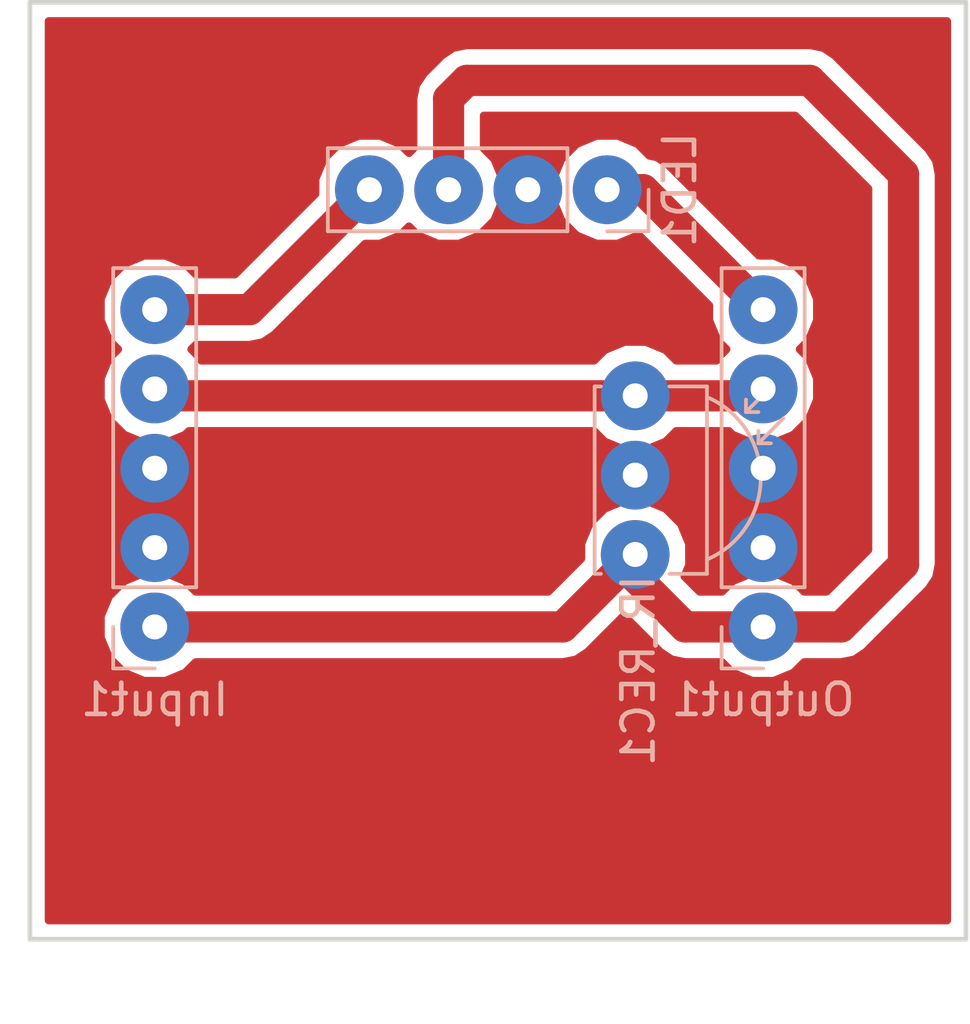
<source format=kicad_pcb>
(kicad_pcb (version 4) (host pcbnew 4.0.6-e0-6349~52~ubuntu17.04.1)

  (general
    (links 12)
    (no_connects 0)
    (area 88.666667 83.424999 120.075001 116.850001)
    (thickness 1.6)
    (drawings 5)
    (tracks 22)
    (zones 0)
    (modules 4)
    (nets 6)
  )

  (page A4)
  (layers
    (0 F.Cu signal)
    (31 B.Cu signal)
    (32 B.Adhes user)
    (33 F.Adhes user)
    (34 B.Paste user)
    (35 F.Paste user)
    (36 B.SilkS user)
    (37 F.SilkS user)
    (38 B.Mask user)
    (39 F.Mask user)
    (40 Dwgs.User user)
    (41 Cmts.User user)
    (42 Eco1.User user)
    (43 Eco2.User user)
    (44 Edge.Cuts user)
    (45 Margin user)
    (46 B.CrtYd user)
    (47 F.CrtYd user)
    (48 B.Fab user)
    (49 F.Fab user)
  )

  (setup
    (last_trace_width 1)
    (trace_clearance 0.5)
    (zone_clearance 0.4)
    (zone_45_only no)
    (trace_min 0.2)
    (segment_width 0.2)
    (edge_width 0.15)
    (via_size 0.6)
    (via_drill 0.4)
    (via_min_size 0.4)
    (via_min_drill 0.3)
    (uvia_size 0.3)
    (uvia_drill 0.1)
    (uvias_allowed no)
    (uvia_min_size 0.2)
    (uvia_min_drill 0.1)
    (pcb_text_width 0.3)
    (pcb_text_size 1.5 1.5)
    (mod_edge_width 0.15)
    (mod_text_size 1 1)
    (mod_text_width 0.15)
    (pad_size 2.2 2.2)
    (pad_drill 0.8)
    (pad_to_mask_clearance 0.2)
    (aux_axis_origin 0 0)
    (visible_elements FFFFFF7F)
    (pcbplotparams
      (layerselection 0x00000_00000001)
      (usegerberextensions false)
      (excludeedgelayer true)
      (linewidth 0.100000)
      (plotframeref false)
      (viasonmask false)
      (mode 1)
      (useauxorigin false)
      (hpglpennumber 1)
      (hpglpenspeed 20)
      (hpglpendiameter 15)
      (hpglpenoverlay 2)
      (psnegative false)
      (psa4output false)
      (plotreference true)
      (plotvalue true)
      (plotinvisibletext false)
      (padsonsilk false)
      (subtractmaskfromsilk false)
      (outputformat 1)
      (mirror false)
      (drillshape 0)
      (scaleselection 1)
      (outputdirectory gerber/))
  )

  (net 0 "")
  (net 1 +5V)
  (net 2 GND)
  (net 3 /IR_DATA)
  (net 4 /LED_DIN)
  (net 5 /LED_DOUT)

  (net_class Default "This is the default net class."
    (clearance 0.5)
    (trace_width 1)
    (via_dia 0.6)
    (via_drill 0.4)
    (uvia_dia 0.3)
    (uvia_drill 0.1)
    (add_net +5V)
    (add_net /IR_DATA)
    (add_net /LED_DIN)
    (add_net /LED_DOUT)
    (add_net GND)
  )

  (module Socket_Strips:Socket_Strip_Straight_1x05_Pitch2.54mm (layer B.Cu) (tedit 5915DEC4) (tstamp 58F54F6A)
    (at 113.5 103.5)
    (descr "Through hole straight socket strip, 1x05, 2.54mm pitch, single row")
    (tags "Through hole socket strip THT 1x05 2.54mm single row")
    (path /58F54864)
    (fp_text reference Output1 (at 0 2.33) (layer B.SilkS)
      (effects (font (size 1 1) (thickness 0.15)) (justify mirror))
    )
    (fp_text value CONN_01X05 (at 0 -12.49) (layer B.Fab)
      (effects (font (size 1 1) (thickness 0.15)) (justify mirror))
    )
    (fp_line (start -1.27 1.27) (end -1.27 -11.43) (layer B.Fab) (width 0.1))
    (fp_line (start -1.27 -11.43) (end 1.27 -11.43) (layer B.Fab) (width 0.1))
    (fp_line (start 1.27 -11.43) (end 1.27 1.27) (layer B.Fab) (width 0.1))
    (fp_line (start 1.27 1.27) (end -1.27 1.27) (layer B.Fab) (width 0.1))
    (fp_line (start -1.33 -1.27) (end -1.33 -11.49) (layer B.SilkS) (width 0.12))
    (fp_line (start -1.33 -11.49) (end 1.33 -11.49) (layer B.SilkS) (width 0.12))
    (fp_line (start 1.33 -11.49) (end 1.33 -1.27) (layer B.SilkS) (width 0.12))
    (fp_line (start 1.33 -1.27) (end -1.33 -1.27) (layer B.SilkS) (width 0.12))
    (fp_line (start -1.33 0) (end -1.33 1.33) (layer B.SilkS) (width 0.12))
    (fp_line (start -1.33 1.33) (end 0 1.33) (layer B.SilkS) (width 0.12))
    (fp_line (start -1.8 1.8) (end -1.8 -11.95) (layer B.CrtYd) (width 0.05))
    (fp_line (start -1.8 -11.95) (end 1.8 -11.95) (layer B.CrtYd) (width 0.05))
    (fp_line (start 1.8 -11.95) (end 1.8 1.8) (layer B.CrtYd) (width 0.05))
    (fp_line (start 1.8 1.8) (end -1.8 1.8) (layer B.CrtYd) (width 0.05))
    (fp_text user %R (at 0 2.33) (layer B.Fab)
      (effects (font (size 1 1) (thickness 0.15)) (justify mirror))
    )
    (pad 1 thru_hole circle (at 0 0) (size 2.2 2.2) (drill 0.8) (layers *.Cu *.Mask)
      (net 1 +5V))
    (pad 2 thru_hole circle (at 0 -2.54) (size 2.2 2.2) (drill 0.8) (layers *.Cu *.Mask)
      (net 2 GND))
    (pad 3 thru_hole circle (at 0 -5.08) (size 2.2 2.2) (drill 0.8) (layers *.Cu *.Mask)
      (net 2 GND))
    (pad 4 thru_hole circle (at 0 -7.62) (size 2.2 2.2) (drill 0.8) (layers *.Cu *.Mask)
      (net 3 /IR_DATA))
    (pad 5 thru_hole circle (at 0 -10.16) (size 2.2 2.2) (drill 0.8) (layers *.Cu *.Mask)
      (net 5 /LED_DOUT))
    (model ${KISYS3DMOD}/Socket_Strips.3dshapes/Socket_Strip_Straight_1x05_Pitch2.54mm.wrl
      (at (xyz 0 -0.2 0))
      (scale (xyz 1 1 1))
      (rotate (xyz 0 0 270))
    )
  )

  (module Socket_Strips:Socket_Strip_Straight_1x05_Pitch2.54mm (layer B.Cu) (tedit 5915DED5) (tstamp 58F54F59)
    (at 94 103.5)
    (descr "Through hole straight socket strip, 1x05, 2.54mm pitch, single row")
    (tags "Through hole socket strip THT 1x05 2.54mm single row")
    (path /58F39230)
    (fp_text reference Input1 (at 0 2.33) (layer B.SilkS)
      (effects (font (size 1 1) (thickness 0.15)) (justify mirror))
    )
    (fp_text value CONN_01X05 (at 0 -12.49) (layer B.Fab)
      (effects (font (size 1 1) (thickness 0.15)) (justify mirror))
    )
    (fp_line (start -1.27 1.27) (end -1.27 -11.43) (layer B.Fab) (width 0.1))
    (fp_line (start -1.27 -11.43) (end 1.27 -11.43) (layer B.Fab) (width 0.1))
    (fp_line (start 1.27 -11.43) (end 1.27 1.27) (layer B.Fab) (width 0.1))
    (fp_line (start 1.27 1.27) (end -1.27 1.27) (layer B.Fab) (width 0.1))
    (fp_line (start -1.33 -1.27) (end -1.33 -11.49) (layer B.SilkS) (width 0.12))
    (fp_line (start -1.33 -11.49) (end 1.33 -11.49) (layer B.SilkS) (width 0.12))
    (fp_line (start 1.33 -11.49) (end 1.33 -1.27) (layer B.SilkS) (width 0.12))
    (fp_line (start 1.33 -1.27) (end -1.33 -1.27) (layer B.SilkS) (width 0.12))
    (fp_line (start -1.33 0) (end -1.33 1.33) (layer B.SilkS) (width 0.12))
    (fp_line (start -1.33 1.33) (end 0 1.33) (layer B.SilkS) (width 0.12))
    (fp_line (start -1.8 1.8) (end -1.8 -11.95) (layer B.CrtYd) (width 0.05))
    (fp_line (start -1.8 -11.95) (end 1.8 -11.95) (layer B.CrtYd) (width 0.05))
    (fp_line (start 1.8 -11.95) (end 1.8 1.8) (layer B.CrtYd) (width 0.05))
    (fp_line (start 1.8 1.8) (end -1.8 1.8) (layer B.CrtYd) (width 0.05))
    (fp_text user %R (at 0 2.33) (layer B.Fab)
      (effects (font (size 1 1) (thickness 0.15)) (justify mirror))
    )
    (pad 1 thru_hole circle (at 0 0) (size 2.2 2.2) (drill 0.8) (layers *.Cu *.Mask)
      (net 1 +5V))
    (pad 2 thru_hole circle (at 0 -2.54) (size 2.2 2.2) (drill 0.8) (layers *.Cu *.Mask)
      (net 2 GND))
    (pad 3 thru_hole circle (at 0 -5.08) (size 2.2 2.2) (drill 0.8) (layers *.Cu *.Mask)
      (net 2 GND))
    (pad 4 thru_hole circle (at 0 -7.62) (size 2.2 2.2) (drill 0.8) (layers *.Cu *.Mask)
      (net 3 /IR_DATA))
    (pad 5 thru_hole circle (at 0 -10.16) (size 2.2 2.2) (drill 0.8) (layers *.Cu *.Mask)
      (net 4 /LED_DIN))
    (model ${KISYS3DMOD}/Socket_Strips.3dshapes/Socket_Strip_Straight_1x05_Pitch2.54mm.wrl
      (at (xyz 0 -0.2 0))
      (scale (xyz 1 1 1))
      (rotate (xyz 0 0 270))
    )
  )

  (module Socket_Strips:Socket_Strip_Straight_1x04_Pitch2.54mm (layer B.Cu) (tedit 5915DE56) (tstamp 5908267A)
    (at 108.5 89.5 90)
    (descr "Through hole straight socket strip, 1x04, 2.54mm pitch, single row")
    (tags "Through hole socket strip THT 1x04 2.54mm single row")
    (path /58F5C0BB)
    (fp_text reference LED1 (at 0 2.33 90) (layer B.SilkS)
      (effects (font (size 1 1) (thickness 0.15)) (justify mirror))
    )
    (fp_text value PL8923 (at 0 -9.95 90) (layer B.Fab)
      (effects (font (size 1 1) (thickness 0.15)) (justify mirror))
    )
    (fp_line (start -1.27 1.27) (end -1.27 -8.89) (layer B.Fab) (width 0.1))
    (fp_line (start -1.27 -8.89) (end 1.27 -8.89) (layer B.Fab) (width 0.1))
    (fp_line (start 1.27 -8.89) (end 1.27 1.27) (layer B.Fab) (width 0.1))
    (fp_line (start 1.27 1.27) (end -1.27 1.27) (layer B.Fab) (width 0.1))
    (fp_line (start -1.33 -1.27) (end -1.33 -8.95) (layer B.SilkS) (width 0.12))
    (fp_line (start -1.33 -8.95) (end 1.33 -8.95) (layer B.SilkS) (width 0.12))
    (fp_line (start 1.33 -8.95) (end 1.33 -1.27) (layer B.SilkS) (width 0.12))
    (fp_line (start 1.33 -1.27) (end -1.33 -1.27) (layer B.SilkS) (width 0.12))
    (fp_line (start -1.33 0) (end -1.33 1.33) (layer B.SilkS) (width 0.12))
    (fp_line (start -1.33 1.33) (end 0 1.33) (layer B.SilkS) (width 0.12))
    (fp_line (start -1.8 1.8) (end -1.8 -9.4) (layer B.CrtYd) (width 0.05))
    (fp_line (start -1.8 -9.4) (end 1.8 -9.4) (layer B.CrtYd) (width 0.05))
    (fp_line (start 1.8 -9.4) (end 1.8 1.8) (layer B.CrtYd) (width 0.05))
    (fp_line (start 1.8 1.8) (end -1.8 1.8) (layer B.CrtYd) (width 0.05))
    (fp_text user %R (at 0 2.33 90) (layer B.Fab)
      (effects (font (size 1 1) (thickness 0.15)) (justify mirror))
    )
    (pad 1 thru_hole circle (at 0 0 90) (size 2.2 2.2) (drill 0.8) (layers *.Cu *.Mask)
      (net 5 /LED_DOUT))
    (pad 2 thru_hole circle (at 0 -2.54 90) (size 2.2 2.2) (drill 0.8) (layers *.Cu *.Mask)
      (net 2 GND))
    (pad 3 thru_hole circle (at 0 -5.08 90) (size 2.2 2.2) (drill 0.8) (layers *.Cu *.Mask)
      (net 1 +5V))
    (pad 4 thru_hole circle (at 0 -7.62 90) (size 2.2 2.2) (drill 0.8) (layers *.Cu *.Mask)
      (net 4 /LED_DIN))
    (model ${KISYS3DMOD}/Socket_Strips.3dshapes/Socket_Strip_Straight_1x04_Pitch2.54mm.wrl
      (at (xyz 0 -0.15 0))
      (scale (xyz 1 1 1))
      (rotate (xyz 0 0 270))
    )
  )

  (module Opto-Devices:IRReceiver_Vishay_MOLD-3pin (layer B.Cu) (tedit 5915DEAA) (tstamp 590DB2F7)
    (at 109.4 96.1 270)
    (descr "IR Receiver Vishay TSOP-xxxx, MOLD package")
    (tags "IR Receiver Vishay TSOP-xxxx MOLD")
    (path /58F39155)
    (fp_text reference IR_REC1 (at 8.8 -0.1 450) (layer B.SilkS)
      (effects (font (size 1 1) (thickness 0.15)) (justify mirror))
    )
    (fp_text value TSOP4838 (at 2.54 2.15 450) (layer B.Fab)
      (effects (font (size 1 1) (thickness 0.15)) (justify mirror))
    )
    (fp_line (start 5.6 -2.2) (end -0.2 -2.2) (layer B.Fab) (width 0.1))
    (fp_line (start -0.2 -2.2) (end -0.25 1.25) (layer B.Fab) (width 0.1))
    (fp_line (start -0.25 1.25) (end 5.6 1.25) (layer B.Fab) (width 0.1))
    (fp_line (start 5.6 1.25) (end 5.6 -2.2) (layer B.Fab) (width 0.1))
    (fp_line (start 5.7 -2.3) (end 5.7 -1.1) (layer B.SilkS) (width 0.12))
    (fp_line (start 5.7 1.3) (end 5.7 1.1) (layer B.SilkS) (width 0.12))
    (fp_line (start -0.3 1.3) (end -0.3 1.1) (layer B.SilkS) (width 0.12))
    (fp_line (start 5.7 -2.3) (end -0.3 -2.3) (layer B.SilkS) (width 0.12))
    (fp_line (start -0.3 -2.3) (end -0.3 -1.1) (layer B.SilkS) (width 0.12))
    (fp_line (start 5.7 1.3) (end -0.3 1.3) (layer B.SilkS) (width 0.12))
    (fp_line (start 0.52 -3.55) (end 0.12 -3.55) (layer B.SilkS) (width 0.12))
    (fp_line (start 0.52 -3.55) (end 0.52 -3.95) (layer B.SilkS) (width 0.12))
    (fp_line (start 0.52 -3.55) (end -0.28 -4.35) (layer B.SilkS) (width 0.12))
    (fp_line (start 1.52 -3.95) (end 0.72 -4.75) (layer B.SilkS) (width 0.12))
    (fp_line (start 1.52 -3.95) (end 1.52 -4.35) (layer B.SilkS) (width 0.12))
    (fp_line (start 1.52 -3.95) (end 1.12 -3.95) (layer B.SilkS) (width 0.12))
    (fp_line (start 6.23 -4.13) (end -1.15 -4.13) (layer B.CrtYd) (width 0.05))
    (fp_line (start 6.23 -4.13) (end 6.23 1.5) (layer B.CrtYd) (width 0.05))
    (fp_line (start -1.15 1.5) (end -1.15 -4.13) (layer B.CrtYd) (width 0.05))
    (fp_line (start -1.15 1.5) (end 6.23 1.5) (layer B.CrtYd) (width 0.05))
    (fp_arc (start 2.64 -1.2) (end 5.24 -2.3) (angle -133) (layer B.SilkS) (width 0.12))
    (fp_arc (start 2.64 -1.15) (end 5.14 -2.25) (angle -132) (layer B.Fab) (width 0.1))
    (pad 1 thru_hole circle (at 0 0 270) (size 2.2 2.2) (drill 0.8) (layers *.Cu *.Mask)
      (net 3 /IR_DATA))
    (pad 2 thru_hole circle (at 2.54 0 270) (size 2.2 2.2) (drill 0.8) (layers *.Cu *.Mask)
      (net 2 GND))
    (pad 3 thru_hole circle (at 5.08 0 270) (size 2.2 2.2) (drill 0.8) (layers *.Cu *.Mask)
      (net 1 +5V))
  )

  (dimension 30 (width 0.3) (layer Eco2.User)
    (gr_text "30,000 mm" (at 105 115.5) (layer Eco2.User)
      (effects (font (size 1.5 1.5) (thickness 0.3)))
    )
    (feature1 (pts (xy 120 115.5) (xy 120 115.5)))
    (feature2 (pts (xy 90 115.5) (xy 90 115.5)))
    (crossbar (pts (xy 90 115.5) (xy 120 115.5)))
    (arrow1a (pts (xy 120 115.5) (xy 118.873496 114.913579)))
    (arrow1b (pts (xy 120 115.5) (xy 118.873496 116.086421)))
    (arrow2a (pts (xy 90 115.5) (xy 91.126504 114.913579)))
    (arrow2b (pts (xy 90 115.5) (xy 91.126504 116.086421)))
  )
  (gr_line (start 120 83.5) (end 90 83.5) (angle 90) (layer Edge.Cuts) (width 0.15))
  (gr_line (start 120 113.5) (end 120 83.5) (angle 90) (layer Edge.Cuts) (width 0.15))
  (gr_line (start 90 113.5) (end 120 113.5) (angle 90) (layer Edge.Cuts) (width 0.15))
  (gr_line (start 90 83.5) (end 90 113.5) (angle 90) (layer Edge.Cuts) (width 0.15))

  (segment (start 113.5 103.5) (end 116 103.5) (width 1) (layer F.Cu) (net 1))
  (segment (start 103.42 86.58) (end 103.42 89.5) (width 1) (layer F.Cu) (net 1) (tstamp 5915DF86))
  (segment (start 104 86) (end 103.42 86.58) (width 1) (layer F.Cu) (net 1) (tstamp 5915DF84))
  (segment (start 115 86) (end 104 86) (width 1) (layer F.Cu) (net 1) (tstamp 5915DF81))
  (segment (start 118 89) (end 115 86) (width 1) (layer F.Cu) (net 1) (tstamp 5915DF7D))
  (segment (start 118 101.5) (end 118 89) (width 1) (layer F.Cu) (net 1) (tstamp 5915DF7B))
  (segment (start 116 103.5) (end 118 101.5) (width 1) (layer F.Cu) (net 1) (tstamp 5915DF7A))
  (segment (start 109.4 101.18) (end 109.4 101.9) (width 1) (layer F.Cu) (net 1))
  (segment (start 109.4 101.9) (end 111 103.5) (width 1) (layer F.Cu) (net 1) (tstamp 5915DF63))
  (segment (start 111 103.5) (end 113.5 103.5) (width 1) (layer F.Cu) (net 1) (tstamp 5915DF64))
  (segment (start 109.4 101.18) (end 109.4 101.4) (width 1) (layer F.Cu) (net 1))
  (segment (start 109.4 101.18) (end 109.48 101.18) (width 1) (layer F.Cu) (net 1))
  (segment (start 94 103.5) (end 107.08 103.5) (width 1) (layer F.Cu) (net 1))
  (segment (start 107.08 103.5) (end 109.4 101.18) (width 1) (layer F.Cu) (net 1) (tstamp 590DB416))
  (segment (start 109.4 96.1) (end 113.28 96.1) (width 1) (layer F.Cu) (net 3))
  (segment (start 113.28 96.1) (end 113.5 95.88) (width 1) (layer F.Cu) (net 3) (tstamp 5915DF60))
  (segment (start 109.4 96.1) (end 94.22 96.1) (width 1) (layer F.Cu) (net 3))
  (segment (start 94.22 96.1) (end 94 95.88) (width 1) (layer F.Cu) (net 3) (tstamp 590DB420))
  (segment (start 94 93.34) (end 97.04 93.34) (width 1) (layer F.Cu) (net 4))
  (segment (start 97.04 93.34) (end 100.88 89.5) (width 1) (layer F.Cu) (net 4) (tstamp 59155F73))
  (segment (start 108.5 89.5) (end 109.66 89.5) (width 1) (layer F.Cu) (net 5))
  (segment (start 109.66 89.5) (end 113.5 93.34) (width 1) (layer F.Cu) (net 5) (tstamp 5915DF67))

  (zone (net 2) (net_name GND) (layer F.Cu) (tstamp 58F64279) (hatch edge 0.508)
    (connect_pads yes (clearance 0.4))
    (min_thickness 0.254)
    (fill yes (mode segment) (arc_segments 16) (thermal_gap 0.6) (thermal_bridge_width 1))
    (polygon
      (pts
        (xy 90 113.5) (xy 120 113.5) (xy 120 83.5) (xy 90 83.5)
      )
    )
    (filled_polygon
      (pts
        (xy 119.398 112.898) (xy 90.602 112.898) (xy 90.602 93.682014) (xy 92.272701 93.682014) (xy 92.535067 94.316989)
        (xy 92.827652 94.610085) (xy 92.536774 94.900456) (xy 92.2733 95.534971) (xy 92.272701 96.222014) (xy 92.535067 96.856989)
        (xy 93.020456 97.343226) (xy 93.654971 97.6067) (xy 94.342014 97.607299) (xy 94.976989 97.344933) (xy 95.095128 97.227)
        (xy 108.084816 97.227) (xy 108.420456 97.563226) (xy 109.054971 97.8267) (xy 109.742014 97.827299) (xy 110.376989 97.564933)
        (xy 110.715512 97.227) (xy 112.404433 97.227) (xy 112.520456 97.343226) (xy 113.154971 97.6067) (xy 113.842014 97.607299)
        (xy 114.476989 97.344933) (xy 114.963226 96.859544) (xy 115.2267 96.225029) (xy 115.227299 95.537986) (xy 114.964933 94.903011)
        (xy 114.672348 94.609915) (xy 114.963226 94.319544) (xy 115.2267 93.685029) (xy 115.227299 92.997986) (xy 114.964933 92.363011)
        (xy 114.479544 91.876774) (xy 113.845029 91.6133) (xy 113.366701 91.612883) (xy 110.456909 88.703091) (xy 110.091284 88.458788)
        (xy 109.853632 88.411516) (xy 109.479544 88.036774) (xy 108.845029 87.7733) (xy 108.157986 87.772701) (xy 107.523011 88.035067)
        (xy 107.036774 88.520456) (xy 106.7733 89.154971) (xy 106.772701 89.842014) (xy 107.035067 90.476989) (xy 107.520456 90.963226)
        (xy 108.154971 91.2267) (xy 108.842014 91.227299) (xy 109.476989 90.964933) (xy 109.504076 90.937894) (xy 111.773115 93.206933)
        (xy 111.772701 93.682014) (xy 112.035067 94.316989) (xy 112.327652 94.610085) (xy 112.036774 94.900456) (xy 112.006651 94.973)
        (xy 110.715184 94.973) (xy 110.379544 94.636774) (xy 109.745029 94.3733) (xy 109.057986 94.372701) (xy 108.423011 94.635067)
        (xy 108.084488 94.973) (xy 95.493852 94.973) (xy 95.464933 94.903011) (xy 95.172348 94.609915) (xy 95.315512 94.467)
        (xy 97.04 94.467) (xy 97.471284 94.381212) (xy 97.836909 94.136909) (xy 100.746933 91.226885) (xy 101.222014 91.227299)
        (xy 101.856989 90.964933) (xy 102.150085 90.672348) (xy 102.440456 90.963226) (xy 103.074971 91.2267) (xy 103.762014 91.227299)
        (xy 104.396989 90.964933) (xy 104.883226 90.479544) (xy 105.1467 89.845029) (xy 105.147299 89.157986) (xy 104.884933 88.523011)
        (xy 104.547 88.184488) (xy 104.547 87.127) (xy 114.533182 87.127) (xy 116.873 89.466819) (xy 116.873 101.033182)
        (xy 115.533182 102.373) (xy 114.815184 102.373) (xy 114.479544 102.036774) (xy 113.845029 101.7733) (xy 113.157986 101.772701)
        (xy 112.523011 102.035067) (xy 112.184488 102.373) (xy 111.466819 102.373) (xy 110.977694 101.883875) (xy 111.1267 101.525029)
        (xy 111.127299 100.837986) (xy 110.864933 100.203011) (xy 110.379544 99.716774) (xy 109.745029 99.4533) (xy 109.057986 99.452701)
        (xy 108.423011 99.715067) (xy 107.936774 100.200456) (xy 107.6733 100.834971) (xy 107.672883 101.313298) (xy 106.613182 102.373)
        (xy 95.315184 102.373) (xy 94.979544 102.036774) (xy 94.345029 101.7733) (xy 93.657986 101.772701) (xy 93.023011 102.035067)
        (xy 92.536774 102.520456) (xy 92.2733 103.154971) (xy 92.272701 103.842014) (xy 92.535067 104.476989) (xy 93.020456 104.963226)
        (xy 93.654971 105.2267) (xy 94.342014 105.227299) (xy 94.976989 104.964933) (xy 95.315512 104.627) (xy 107.08 104.627)
        (xy 107.511284 104.541212) (xy 107.876909 104.296909) (xy 109.04 103.133818) (xy 110.203091 104.29691) (xy 110.476423 104.479544)
        (xy 110.568716 104.541212) (xy 111 104.627) (xy 112.184816 104.627) (xy 112.520456 104.963226) (xy 113.154971 105.2267)
        (xy 113.842014 105.227299) (xy 114.476989 104.964933) (xy 114.815512 104.627) (xy 116 104.627) (xy 116.431284 104.541212)
        (xy 116.796909 104.296909) (xy 118.796909 102.296909) (xy 119.041212 101.931284) (xy 119.072756 101.772701) (xy 119.127 101.5)
        (xy 119.127 89) (xy 119.041212 88.568716) (xy 119.008966 88.520456) (xy 118.79691 88.203091) (xy 115.796909 85.203091)
        (xy 115.431284 84.958788) (xy 115 84.873) (xy 104 84.873) (xy 103.568716 84.958788) (xy 103.203091 85.203091)
        (xy 102.623091 85.783091) (xy 102.378788 86.148716) (xy 102.293 86.58) (xy 102.293 88.184816) (xy 102.149915 88.327652)
        (xy 101.859544 88.036774) (xy 101.225029 87.7733) (xy 100.537986 87.772701) (xy 99.903011 88.035067) (xy 99.416774 88.520456)
        (xy 99.1533 89.154971) (xy 99.152883 89.633299) (xy 96.573182 92.213) (xy 95.315184 92.213) (xy 94.979544 91.876774)
        (xy 94.345029 91.6133) (xy 93.657986 91.612701) (xy 93.023011 91.875067) (xy 92.536774 92.360456) (xy 92.2733 92.994971)
        (xy 92.272701 93.682014) (xy 90.602 93.682014) (xy 90.602 84.102) (xy 119.398 84.102)
      )
    )
    (fill_segments
      (pts (xy 90.602 84.102) (xy 119.398 84.102))
      (pts (xy 90.602 84.3052) (xy 119.398 84.3052))
      (pts (xy 90.602 84.5084) (xy 119.398 84.5084))
      (pts (xy 90.602 84.7116) (xy 119.398 84.7116))
      (pts (xy 90.602 84.9148) (xy 103.789858 84.9148))
      (pts (xy 115.210143 84.9148) (xy 119.398 84.9148))
      (pts (xy 90.602 85.118) (xy 103.330439 85.118))
      (pts (xy 115.669562 85.118) (xy 119.398 85.118))
      (pts (xy 90.602 85.3212) (xy 103.084982 85.3212))
      (pts (xy 115.915019 85.3212) (xy 119.398 85.3212))
      (pts (xy 90.602 85.5244) (xy 102.881782 85.5244))
      (pts (xy 116.118219 85.5244) (xy 119.398 85.5244))
      (pts (xy 90.602 85.7276) (xy 102.678582 85.7276))
      (pts (xy 116.321419 85.7276) (xy 119.398 85.7276))
      (pts (xy 90.602 85.9308) (xy 102.524395 85.9308))
      (pts (xy 116.524619 85.9308) (xy 119.398 85.9308))
      (pts (xy 90.602 86.134) (xy 102.388621 86.134))
      (pts (xy 116.727819 86.134) (xy 119.398 86.134))
      (pts (xy 90.602 86.3372) (xy 102.341297 86.3372))
      (pts (xy 116.931019 86.3372) (xy 119.398 86.3372))
      (pts (xy 90.602 86.5404) (xy 102.300877 86.5404))
      (pts (xy 117.134219 86.5404) (xy 119.398 86.5404))
      (pts (xy 90.602 86.7436) (xy 102.293 86.7436))
      (pts (xy 117.337419 86.7436) (xy 119.398 86.7436))
      (pts (xy 90.602 86.9468) (xy 102.293 86.9468))
      (pts (xy 117.540619 86.9468) (xy 119.398 86.9468))
      (pts (xy 90.602 87.15) (xy 102.293 87.15))
      (pts (xy 104.547 87.15) (xy 114.556181 87.15))
      (pts (xy 117.743819 87.15) (xy 119.398 87.15))
      (pts (xy 90.602 87.3532) (xy 102.293 87.3532))
      (pts (xy 104.547 87.3532) (xy 114.759381 87.3532))
      (pts (xy 117.947019 87.3532) (xy 119.398 87.3532))
      (pts (xy 90.602 87.5564) (xy 102.293 87.5564))
      (pts (xy 104.547 87.5564) (xy 114.962581 87.5564))
      (pts (xy 118.150219 87.5564) (xy 119.398 87.5564))
      (pts (xy 90.602 87.7596) (xy 102.293 87.7596))
      (pts (xy 104.547 87.7596) (xy 115.165781 87.7596))
      (pts (xy 118.353419 87.7596) (xy 119.398 87.7596))
      (pts (xy 90.602 87.9628) (xy 100.077911 87.9628))
      (pts (xy 101.681396 87.9628) (xy 102.293 87.9628))
      (pts (xy 104.547 87.9628) (xy 107.697911 87.9628))
      (pts (xy 109.301396 87.9628) (xy 115.368981 87.9628))
      (pts (xy 118.556619 87.9628) (xy 119.398 87.9628))
      (pts (xy 90.602 88.166) (xy 99.77185 88.166))
      (pts (xy 101.988545 88.166) (xy 102.293 88.166))
      (pts (xy 104.547 88.166) (xy 107.39185 88.166))
      (pts (xy 109.608545 88.166) (xy 115.572181 88.166))
      (pts (xy 118.759819 88.166) (xy 119.398 88.166))
      (pts (xy 90.602 88.3692) (xy 99.568295 88.3692))
      (pts (xy 104.731391 88.3692) (xy 107.188295 88.3692))
      (pts (xy 109.81139 88.3692) (xy 115.775381 88.3692))
      (pts (xy 118.907901 88.3692) (xy 119.398 88.3692))
      (pts (xy 90.602 88.5724) (xy 99.395205 88.5724))
      (pts (xy 104.905341 88.5724) (xy 107.015205 88.5724))
      (pts (xy 110.261317 88.5724) (xy 115.978581 88.5724))
      (pts (xy 119.041945 88.5724) (xy 119.398 88.5724))
      (pts (xy 90.602 88.7756) (xy 99.310829 88.7756))
      (pts (xy 104.989301 88.7756) (xy 106.930829 88.7756))
      (pts (xy 110.529418 88.7756) (xy 116.181781 88.7756))
      (pts (xy 119.082364 88.7756) (xy 119.398 88.7756))
      (pts (xy 90.602 88.9788) (xy 99.226453 88.9788))
      (pts (xy 105.073261 88.9788) (xy 106.846453 88.9788))
      (pts (xy 110.732618 88.9788) (xy 116.384981 88.9788))
      (pts (xy 119.122784 88.9788) (xy 119.398 88.9788))
      (pts (xy 90.602 89.182) (xy 99.153277 89.182))
      (pts (xy 105.147278 89.182) (xy 106.773277 89.182))
      (pts (xy 110.935818 89.182) (xy 116.588181 89.182))
      (pts (xy 119.127 89.182) (xy 119.398 89.182))
      (pts (xy 90.602 89.3852) (xy 99.1531 89.3852))
      (pts (xy 105.1471 89.3852) (xy 106.7731 89.3852))
      (pts (xy 111.139018 89.3852) (xy 116.791381 89.3852))
      (pts (xy 119.127 89.3852) (xy 119.398 89.3852))
      (pts (xy 90.602 89.5884) (xy 99.152923 89.5884))
      (pts (xy 105.146923 89.5884) (xy 106.772923 89.5884))
      (pts (xy 111.342218 89.5884) (xy 116.873 89.5884))
      (pts (xy 119.127 89.5884) (xy 119.398 89.5884))
      (pts (xy 90.602 89.7916) (xy 98.994582 89.7916))
      (pts (xy 105.146746 89.7916) (xy 106.772745 89.7916))
      (pts (xy 111.545418 89.7916) (xy 116.873 89.7916))
      (pts (xy 119.127 89.7916) (xy 119.398 89.7916))
      (pts (xy 90.602 89.9948) (xy 98.791382 89.9948))
      (pts (xy 105.084509 89.9948) (xy 106.83583 89.9948))
      (pts (xy 111.748618 89.9948) (xy 116.873 89.9948))
      (pts (xy 119.127 89.9948) (xy 119.398 89.9948))
      (pts (xy 90.602 90.198) (xy 98.588182 90.198))
      (pts (xy 105.000133 90.198) (xy 106.919791 90.198))
      (pts (xy 111.951818 90.198) (xy 116.873 90.198))
      (pts (xy 119.127 90.198) (xy 119.398 90.198))
      (pts (xy 90.602 90.4012) (xy 98.384982 90.4012))
      (pts (xy 104.915757 90.4012) (xy 107.003751 90.4012))
      (pts (xy 112.155018 90.4012) (xy 116.873 90.4012))
      (pts (xy 119.127 90.4012) (xy 119.398 90.4012))
      (pts (xy 90.602 90.6044) (xy 98.181782 90.6044))
      (pts (xy 104.758151 90.6044) (xy 107.162255 90.6044))
      (pts (xy 112.358218 90.6044) (xy 116.873 90.6044))
      (pts (xy 119.127 90.6044) (xy 119.398 90.6044))
      (pts (xy 90.602 90.8076) (xy 97.978582 90.8076))
      (pts (xy 102.014596 90.8076) (xy 102.285101 90.8076))
      (pts (xy 104.554596 90.8076) (xy 107.365101 90.8076))
      (pts (xy 112.561418 90.8076) (xy 116.873 90.8076))
      (pts (xy 119.127 90.8076) (xy 119.398 90.8076))
      (pts (xy 90.602 91.0108) (xy 97.775382 91.0108))
      (pts (xy 101.745982 91.0108) (xy 102.555026 91.0108))
      (pts (xy 104.285982 91.0108) (xy 107.635026 91.0108))
      (pts (xy 109.365982 91.0108) (xy 109.576982 91.0108))
      (pts (xy 112.764618 91.0108) (xy 116.873 91.0108))
      (pts (xy 119.127 91.0108) (xy 119.398 91.0108))
      (pts (xy 90.602 91.214) (xy 97.572182 91.214))
      (pts (xy 101.2542 91.214) (xy 103.044386 91.214))
      (pts (xy 103.7942 91.214) (xy 108.124386 91.214))
      (pts (xy 108.8742 91.214) (xy 109.780182 91.214))
      (pts (xy 112.967818 91.214) (xy 116.873 91.214))
      (pts (xy 119.127 91.214) (xy 119.398 91.214))
      (pts (xy 90.602 91.4172) (xy 97.368982 91.4172))
      (pts (xy 100.556618 91.4172) (xy 109.983382 91.4172))
      (pts (xy 113.171018 91.4172) (xy 116.873 91.4172))
      (pts (xy 119.127 91.4172) (xy 119.398 91.4172))
      (pts (xy 90.602 91.6204) (xy 93.639353 91.6204))
      (pts (xy 94.362128 91.6204) (xy 97.165782 91.6204))
      (pts (xy 100.353418 91.6204) (xy 110.186582 91.6204))
      (pts (xy 113.862128 91.6204) (xy 116.873 91.6204))
      (pts (xy 119.127 91.6204) (xy 119.398 91.6204))
      (pts (xy 90.602 91.8236) (xy 93.147571 91.8236))
      (pts (xy 94.851487 91.8236) (xy 96.962582 91.8236))
      (pts (xy 100.150218 91.8236) (xy 110.389782 91.8236))
      (pts (xy 114.351487 91.8236) (xy 116.873 91.8236))
      (pts (xy 119.127 91.8236) (xy 119.398 91.8236))
      (pts (xy 90.602 92.0268) (xy 92.871013 92.0268))
      (pts (xy 95.129309 92.0268) (xy 96.759382 92.0268))
      (pts (xy 99.947018 92.0268) (xy 110.592982 92.0268))
      (pts (xy 114.629309 92.0268) (xy 116.873 92.0268))
      (pts (xy 119.127 92.0268) (xy 119.398 92.0268))
      (pts (xy 90.602 92.23) (xy 92.667458 92.23))
      (pts (xy 99.743818 92.23) (xy 110.796182 92.23))
      (pts (xy 114.832154 92.23) (xy 116.873 92.23))
      (pts (xy 119.127 92.23) (xy 119.398 92.23))
      (pts (xy 90.602 92.4332) (xy 92.506569 92.4332))
      (pts (xy 99.540618 92.4332) (xy 110.999382 92.4332))
      (pts (xy 114.993935 92.4332) (xy 116.873 92.4332))
      (pts (xy 119.127 92.4332) (xy 119.398 92.4332))
      (pts (xy 90.602 92.6364) (xy 92.422192 92.6364))
      (pts (xy 99.337418 92.6364) (xy 111.202582 92.6364))
      (pts (xy 115.077895 92.6364) (xy 116.873 92.6364))
      (pts (xy 119.127 92.6364) (xy 119.398 92.6364))
      (pts (xy 90.602 92.8396) (xy 92.337816 92.8396))
      (pts (xy 99.134218 92.8396) (xy 111.405782 92.8396))
      (pts (xy 115.161856 92.8396) (xy 116.873 92.8396))
      (pts (xy 119.127 92.8396) (xy 119.398 92.8396))
      (pts (xy 90.602 93.0428) (xy 92.273259 93.0428))
      (pts (xy 98.931018 93.0428) (xy 111.608982 93.0428))
      (pts (xy 115.227259 93.0428) (xy 116.873 93.0428))
      (pts (xy 119.127 93.0428) (xy 119.398 93.0428))
      (pts (xy 90.602 93.246) (xy 92.273082 93.246))
      (pts (xy 98.727818 93.246) (xy 111.773081 93.246))
      (pts (xy 115.227082 93.246) (xy 116.873 93.246))
      (pts (xy 119.127 93.246) (xy 119.398 93.246))
      (pts (xy 90.602 93.4492) (xy 92.272904 93.4492))
      (pts (xy 98.524618 93.4492) (xy 111.772904 93.4492))
      (pts (xy 115.226905 93.4492) (xy 116.873 93.4492))
      (pts (xy 119.127 93.4492) (xy 119.398 93.4492))
      (pts (xy 90.602 93.6524) (xy 92.272727 93.6524))
      (pts (xy 98.321418 93.6524) (xy 111.772727 93.6524))
      (pts (xy 115.226728 93.6524) (xy 116.873 93.6524))
      (pts (xy 119.127 93.6524) (xy 119.398 93.6524))
      (pts (xy 90.602 93.8556) (xy 92.344425 93.8556))
      (pts (xy 98.118218 93.8556) (xy 111.844425 93.8556))
      (pts (xy 115.155872 93.8556) (xy 116.873 93.8556))
      (pts (xy 119.127 93.8556) (xy 119.398 93.8556))
      (pts (xy 90.602 94.0588) (xy 92.428385 94.0588))
      (pts (xy 97.915018 94.0588) (xy 111.928385 94.0588))
      (pts (xy 115.071496 94.0588) (xy 116.873 94.0588))
      (pts (xy 119.127 94.0588) (xy 119.398 94.0588))
      (pts (xy 90.602 94.262) (xy 92.512346 94.262))
      (pts (xy 97.649697 94.262) (xy 112.012346 94.262))
      (pts (xy 114.98712 94.262) (xy 116.873 94.262))
      (pts (xy 119.127 94.262) (xy 119.398 94.262))
      (pts (xy 90.602 94.4652) (xy 92.683019 94.4652))
      (pts (xy 97.049049 94.4652) (xy 108.834122 94.4652))
      (pts (xy 109.966349 94.4652) (xy 112.183019 94.4652))
      (pts (xy 114.817315 94.4652) (xy 116.873 94.4652))
      (pts (xy 119.127 94.4652) (xy 119.398 94.4652))
      (pts (xy 90.602 94.6684) (xy 92.769236 94.6684))
      (pts (xy 95.230732 94.6684) (xy 108.38962 94.6684))
      (pts (xy 110.411115 94.6684) (xy 112.269236 94.6684))
      (pts (xy 114.730732 94.6684) (xy 116.873 94.6684))
      (pts (xy 119.127 94.6684) (xy 119.398 94.6684))
      (pts (xy 90.602 94.8716) (xy 92.565681 94.8716))
      (pts (xy 95.433577 94.8716) (xy 108.186066 94.8716))
      (pts (xy 110.613961 94.8716) (xy 112.065681 94.8716))
      (pts (xy 114.933577 94.8716) (xy 116.873 94.8716))
      (pts (xy 119.127 94.8716) (xy 119.398 94.8716))
      (pts (xy 90.602 95.0748) (xy 92.46438 95.0748))
      (pts (xy 115.035915 95.0748) (xy 116.873 95.0748))
      (pts (xy 119.127 95.0748) (xy 119.398 95.0748))
      (pts (xy 90.602 95.278) (xy 92.380004 95.278))
      (pts (xy 115.119876 95.278) (xy 116.873 95.278))
      (pts (xy 119.127 95.278) (xy 119.398 95.278))
      (pts (xy 90.602 95.4812) (xy 92.295628 95.4812))
      (pts (xy 115.203836 95.4812) (xy 116.873 95.4812))
      (pts (xy 119.127 95.4812) (xy 119.398 95.4812))
      (pts (xy 90.602 95.6844) (xy 92.27317 95.6844))
      (pts (xy 115.227171 95.6844) (xy 116.873 95.6844))
      (pts (xy 119.127 95.6844) (xy 119.398 95.6844))
      (pts (xy 90.602 95.8876) (xy 92.272993 95.8876))
      (pts (xy 115.226994 95.8876) (xy 116.873 95.8876))
      (pts (xy 119.127 95.8876) (xy 119.398 95.8876))
      (pts (xy 90.602 96.0908) (xy 92.272816 96.0908))
      (pts (xy 115.226817 96.0908) (xy 116.873 96.0908))
      (pts (xy 119.127 96.0908) (xy 119.398 96.0908))
      (pts (xy 90.602 96.294) (xy 92.302444 96.294))
      (pts (xy 115.19806 96.294) (xy 116.873 96.294))
      (pts (xy 119.127 96.294) (xy 119.398 96.294))
      (pts (xy 90.602 96.4972) (xy 92.386405 96.4972))
      (pts (xy 115.113684 96.4972) (xy 116.873 96.4972))
      (pts (xy 119.127 96.4972) (xy 119.398 96.4972))
      (pts (xy 90.602 96.7004) (xy 92.470365 96.7004))
      (pts (xy 115.029308 96.7004) (xy 116.873 96.7004))
      (pts (xy 119.127 96.7004) (xy 119.398 96.7004))
      (pts (xy 90.602 96.9036) (xy 92.581596 96.9036))
      (pts (xy 114.919093 96.9036) (xy 116.873 96.9036))
      (pts (xy 119.127 96.9036) (xy 119.398 96.9036))
      (pts (xy 90.602 97.1068) (xy 92.784442 97.1068))
      (pts (xy 114.715538 97.1068) (xy 116.873 97.1068))
      (pts (xy 119.127 97.1068) (xy 119.398 97.1068))
      (pts (xy 90.602 97.31) (xy 92.987287 97.31))
      (pts (xy 95.011983 97.31) (xy 108.167671 97.31))
      (pts (xy 110.632367 97.31) (xy 112.487288 97.31))
      (pts (xy 114.511983 97.31) (xy 116.873 97.31))
      (pts (xy 119.127 97.31) (xy 119.398 97.31))
      (pts (xy 90.602 97.5132) (xy 93.429798 97.5132))
      (pts (xy 94.569751 97.5132) (xy 108.370517 97.5132))
      (pts (xy 110.428812 97.5132) (xy 112.929798 97.5132))
      (pts (xy 114.069751 97.5132) (xy 116.873 97.5132))
      (pts (xy 119.127 97.5132) (xy 119.398 97.5132))
      (pts (xy 90.602 97.7164) (xy 108.789339 97.7164))
      (pts (xy 110.01041 97.7164) (xy 116.873 97.7164))
      (pts (xy 119.127 97.7164) (xy 119.398 97.7164))
      (pts (xy 90.602 97.9196) (xy 116.873 97.9196))
      (pts (xy 119.127 97.9196) (xy 119.398 97.9196))
      (pts (xy 90.602 98.1228) (xy 116.873 98.1228))
      (pts (xy 119.127 98.1228) (xy 119.398 98.1228))
      (pts (xy 90.602 98.326) (xy 116.873 98.326))
      (pts (xy 119.127 98.326) (xy 119.398 98.326))
      (pts (xy 90.602 98.5292) (xy 116.873 98.5292))
      (pts (xy 119.127 98.5292) (xy 119.398 98.5292))
      (pts (xy 90.602 98.7324) (xy 116.873 98.7324))
      (pts (xy 119.127 98.7324) (xy 119.398 98.7324))
      (pts (xy 90.602 98.9356) (xy 116.873 98.9356))
      (pts (xy 119.127 98.9356) (xy 119.398 98.9356))
      (pts (xy 90.602 99.1388) (xy 116.873 99.1388))
      (pts (xy 119.127 99.1388) (xy 119.398 99.1388))
      (pts (xy 90.602 99.342) (xy 116.873 99.342))
      (pts (xy 119.127 99.342) (xy 119.398 99.342))
      (pts (xy 90.602 99.5452) (xy 108.834122 99.5452))
      (pts (xy 109.966349 99.5452) (xy 116.873 99.5452))
      (pts (xy 119.127 99.5452) (xy 119.398 99.5452))
      (pts (xy 90.602 99.7484) (xy 108.38962 99.7484))
      (pts (xy 110.411115 99.7484) (xy 116.873 99.7484))
      (pts (xy 119.127 99.7484) (xy 119.398 99.7484))
      (pts (xy 90.602 99.9516) (xy 108.186065 99.9516))
      (pts (xy 110.613961 99.9516) (xy 116.873 99.9516))
      (pts (xy 119.127 99.9516) (xy 119.398 99.9516))
      (pts (xy 90.602 100.1548) (xy 107.98251 100.1548))
      (pts (xy 110.816807 100.1548) (xy 116.873 100.1548))
      (pts (xy 119.127 100.1548) (xy 119.398 100.1548))
      (pts (xy 90.602 100.358) (xy 107.871356 100.358))
      (pts (xy 110.928974 100.358) (xy 116.873 100.358))
      (pts (xy 119.127 100.358) (xy 119.398 100.358))
      (pts (xy 90.602 100.5612) (xy 107.78698 100.5612))
      (pts (xy 111.012934 100.5612) (xy 116.873 100.5612))
      (pts (xy 119.127 100.5612) (xy 119.398 100.5612))
      (pts (xy 90.602 100.7644) (xy 107.702604 100.7644))
      (pts (xy 111.096894 100.7644) (xy 116.873 100.7644))
      (pts (xy 119.127 100.7644) (xy 119.398 100.7644))
      (pts (xy 90.602 100.9676) (xy 107.673185 100.9676))
      (pts (xy 111.127185 100.9676) (xy 116.873 100.9676))
      (pts (xy 119.127 100.9676) (xy 119.398 100.9676))
      (pts (xy 90.602 101.1708) (xy 107.673008 101.1708))
      (pts (xy 111.127008 101.1708) (xy 116.735382 101.1708))
      (pts (xy 119.127 101.1708) (xy 119.398 101.1708))
      (pts (xy 90.602 101.374) (xy 107.612182 101.374))
      (pts (xy 111.126831 101.374) (xy 116.532182 101.374))
      (pts (xy 119.127 101.374) (xy 119.398 101.374))
      (pts (xy 90.602 101.5772) (xy 107.408982 101.5772))
      (pts (xy 111.105036 101.5772) (xy 116.328982 101.5772))
      (pts (xy 119.111643 101.5772) (xy 119.398 101.5772))
      (pts (xy 90.602 101.7804) (xy 93.639353 101.7804))
      (pts (xy 94.362128 101.7804) (xy 107.205782 101.7804))
      (pts (xy 111.02066 101.7804) (xy 113.139353 101.7804))
      (pts (xy 113.862128 101.7804) (xy 116.125782 101.7804))
      (pts (xy 119.071224 101.7804) (xy 119.398 101.7804))
      (pts (xy 90.602 101.9836) (xy 93.147571 101.9836))
      (pts (xy 94.851487 101.9836) (xy 107.002582 101.9836))
      (pts (xy 111.077419 101.9836) (xy 112.647571 101.9836))
      (pts (xy 114.351487 101.9836) (xy 115.922582 101.9836))
      (pts (xy 119.006255 101.9836) (xy 119.398 101.9836))
      (pts (xy 90.602 102.1868) (xy 92.871013 102.1868))
      (pts (xy 95.129309 102.1868) (xy 106.799382 102.1868))
      (pts (xy 111.280619 102.1868) (xy 112.371014 102.1868))
      (pts (xy 114.629309 102.1868) (xy 115.719382 102.1868))
      (pts (xy 118.870481 102.1868) (xy 119.398 102.1868))
      (pts (xy 90.602 102.39) (xy 92.667458 102.39))
      (pts (xy 118.703818 102.39) (xy 119.398 102.39))
      (pts (xy 90.602 102.5932) (xy 92.506569 102.5932))
      (pts (xy 118.500618 102.5932) (xy 119.398 102.5932))
      (pts (xy 90.602 102.7964) (xy 92.422192 102.7964))
      (pts (xy 118.297418 102.7964) (xy 119.398 102.7964))
      (pts (xy 90.602 102.9996) (xy 92.337816 102.9996))
      (pts (xy 118.094218 102.9996) (xy 119.398 102.9996))
      (pts (xy 90.602 103.2028) (xy 92.273259 103.2028))
      (pts (xy 108.971018 103.2028) (xy 109.108981 103.2028))
      (pts (xy 117.891018 103.2028) (xy 119.398 103.2028))
      (pts (xy 90.602 103.406) (xy 92.273082 103.406))
      (pts (xy 108.767818 103.406) (xy 109.312181 103.406))
      (pts (xy 117.687818 103.406) (xy 119.398 103.406))
      (pts (xy 90.602 103.6092) (xy 92.272904 103.6092))
      (pts (xy 108.564618 103.6092) (xy 109.515381 103.6092))
      (pts (xy 117.484618 103.6092) (xy 119.398 103.6092))
      (pts (xy 90.602 103.8124) (xy 92.272727 103.8124))
      (pts (xy 108.361418 103.8124) (xy 109.718581 103.8124))
      (pts (xy 117.281418 103.8124) (xy 119.398 103.8124))
      (pts (xy 90.602 104.0156) (xy 92.344425 104.0156))
      (pts (xy 108.158218 104.0156) (xy 109.921781 104.0156))
      (pts (xy 117.078218 104.0156) (xy 119.398 104.0156))
      (pts (xy 90.602 104.2188) (xy 92.428385 104.2188))
      (pts (xy 107.955018 104.2188) (xy 110.124981 104.2188))
      (pts (xy 116.875018 104.2188) (xy 119.398 104.2188))
      (pts (xy 90.602 104.422) (xy 92.512346 104.422))
      (pts (xy 107.689697 104.422) (xy 110.390302 104.422))
      (pts (xy 116.609697 104.422) (xy 119.398 104.422))
      (pts (xy 90.602 104.6252) (xy 92.683019 104.6252))
      (pts (xy 107.089049 104.6252) (xy 110.99095 104.6252))
      (pts (xy 116.009049 104.6252) (xy 119.398 104.6252))
      (pts (xy 90.602 104.8284) (xy 92.885865 104.8284))
      (pts (xy 95.11376 104.8284) (xy 112.385864 104.8284))
      (pts (xy 114.61376 104.8284) (xy 119.398 104.8284))
      (pts (xy 90.602 105.0316) (xy 93.185118 105.0316))
      (pts (xy 94.815642 105.0316) (xy 112.685118 105.0316))
      (pts (xy 114.315642 105.0316) (xy 119.398 105.0316))
      (pts (xy 90.602 105.2348) (xy 119.398 105.2348))
      (pts (xy 90.602 105.438) (xy 119.398 105.438))
      (pts (xy 90.602 105.6412) (xy 119.398 105.6412))
      (pts (xy 90.602 105.8444) (xy 119.398 105.8444))
      (pts (xy 90.602 106.0476) (xy 119.398 106.0476))
      (pts (xy 90.602 106.2508) (xy 119.398 106.2508))
      (pts (xy 90.602 106.454) (xy 119.398 106.454))
      (pts (xy 90.602 106.6572) (xy 119.398 106.6572))
      (pts (xy 90.602 106.8604) (xy 119.398 106.8604))
      (pts (xy 90.602 107.0636) (xy 119.398 107.0636))
      (pts (xy 90.602 107.2668) (xy 119.398 107.2668))
      (pts (xy 90.602 107.47) (xy 119.398 107.47))
      (pts (xy 90.602 107.6732) (xy 119.398 107.6732))
      (pts (xy 90.602 107.8764) (xy 119.398 107.8764))
      (pts (xy 90.602 108.0796) (xy 119.398 108.0796))
      (pts (xy 90.602 108.2828) (xy 119.398 108.2828))
      (pts (xy 90.602 108.486) (xy 119.398 108.486))
      (pts (xy 90.602 108.6892) (xy 119.398 108.6892))
      (pts (xy 90.602 108.8924) (xy 119.398 108.8924))
      (pts (xy 90.602 109.0956) (xy 119.398 109.0956))
      (pts (xy 90.602 109.2988) (xy 119.398 109.2988))
      (pts (xy 90.602 109.502) (xy 119.398 109.502))
      (pts (xy 90.602 109.7052) (xy 119.398 109.7052))
      (pts (xy 90.602 109.9084) (xy 119.398 109.9084))
      (pts (xy 90.602 110.1116) (xy 119.398 110.1116))
      (pts (xy 90.602 110.3148) (xy 119.398 110.3148))
      (pts (xy 90.602 110.518) (xy 119.398 110.518))
      (pts (xy 90.602 110.7212) (xy 119.398 110.7212))
      (pts (xy 90.602 110.9244) (xy 119.398 110.9244))
      (pts (xy 90.602 111.1276) (xy 119.398 111.1276))
      (pts (xy 90.602 111.3308) (xy 119.398 111.3308))
      (pts (xy 90.602 111.534) (xy 119.398 111.534))
      (pts (xy 90.602 111.7372) (xy 119.398 111.7372))
      (pts (xy 90.602 111.9404) (xy 119.398 111.9404))
      (pts (xy 90.602 112.1436) (xy 119.398 112.1436))
      (pts (xy 90.602 112.3468) (xy 119.398 112.3468))
      (pts (xy 90.602 112.55) (xy 119.398 112.55))
      (pts (xy 90.602 112.7532) (xy 119.398 112.7532))
    )
  )
)

</source>
